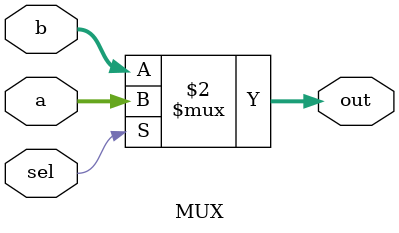
<source format=v>
`timescale 1ns / 1ps


module MUX(
    input [3:0] a,
    input [3:0] b,
    output [3:0] out,
    input sel
    );
    
    assign out = (sel == 1) ? a : b;
    
endmodule

</source>
